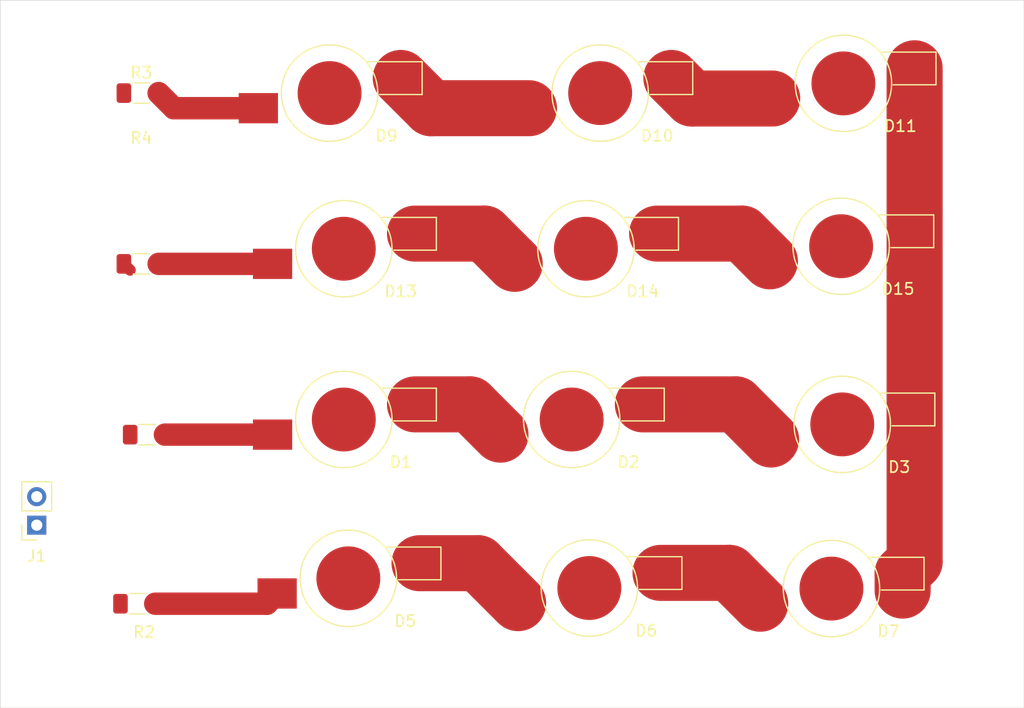
<source format=kicad_pcb>
(kicad_pcb (version 20241229) (generator "pcbnew") (generator_version "9.0")
  (layers (0 "F.Cu" signal) (2 "B.Cu" power) (13 "F.Paste" user) (15 "B.Paste" user) (5 "F.SilkS" user "F.Silkscreen") (7 "B.SilkS" user "B.Silkscreen") (1 "F.Mask" user) (3 "B.Mask" user) (25 "Edge.Cuts" user))
  (net 0 "")
  (net 1 "Net-(D1-A)")
  (net 2 "Net-(D1-K)")
  (net 3 "Net-(D2-K)")
  (net 4 "GND")
  (net 5 "Net-(D5-K)")
  (net 6 "Net-(D5-A)")
  (net 7 "Net-(D6-K)")
  (net 8 "Net-(D10-A)")
  (net 9 "Net-(D9-A)")
  (net 10 "Net-(D10-K)")
  (net 11 "Net-(D13-A)")
  (net 12 "Net-(D13-K)")
  (net 13 "Net-(D14-K)")
  (net 14 "Net-(J1-Pin_2)")
  (footprint "LED_SMD:LED_1W_3W_R8" (layer "F.Cu") (at 69.85 67.23 180)
    (property "Reference" "D1" (at -5.08 -3.81 0) (layer "F.SilkS"))
    (property "Value" "LED")
    (fp_line (start -4.445 -0.127) (end -8.255 -0.127) (stroke (width 0.12)) (layer "F.SilkS"))
    (fp_line (start -8.255 2.794) (end -3.429 2.794) (stroke (width 0.12)) (layer "F.SilkS"))
    (fp_line (start -8.255 -0.127) (end -8.255 2.794) (stroke (width 0.12)) (layer "F.SilkS"))
    (fp_circle (center 0 0) (end -4.3 0) (stroke (width 0.12)) (fill no) (layer "F.SilkS"))
    (pad "1" smd rect (at -6.35 1.35 180) (size 3.5 2.7) (layers "F.Cu" "F.Mask" "F.Paste") (net 2 "Net-(D1-K)"))
    (pad "2" smd rect (at 6.35 -1.35 180) (size 3.5 2.7) (layers "F.Cu" "F.Mask" "F.Paste") (net 1 "Net-(D1-A)"))
    (pad "3" smd circle (at 0 0 180) (size 5.7 5.7) (layers "F.Cu" "F.Mask" "F.Paste"))
  )
  (footprint "Resistor_SMD:R_1206_3216Metric_Pad1.30x1.75mm_HandSolder" (layer "F.Cu") (at 51.79 53.34)
    (property "Reference" "R4" (at 0 -11.23 0) (layer "F.SilkS"))
    (property "Value" "R")
    (fp_line (start -0.727064 -0.91) (end 0.727064 -0.91) (stroke (width 0.12)) (layer "F.SilkS"))
    (fp_line (start -0.727064 0.91) (end 0.727064 0.91) (stroke (width 0.12)) (layer "F.SilkS"))
    (pad "1" smd roundrect (at -1.55 0) (size 1.3 1.75) (layers "F.Cu" "F.Mask" "F.Paste") (roundrect_rratio 0.192308) (net 14 "Net-(J1-Pin_2)"))
    (pad "2" smd roundrect (at 1.55 0) (size 1.3 1.75) (layers "F.Cu" "F.Mask" "F.Paste") (roundrect_rratio 0.192308) (net 11 "Net-(D13-A)"))
  )
  (footprint "LED_SMD:LED_1W_3W_R8" (layer "F.Cu") (at 91.44 51.99 180)
    (property "Reference" "D14" (at -5.08 -3.81 0) (layer "F.SilkS"))
    (property "Value" "LED")
    (fp_line (start -4.445 -0.127) (end -8.255 -0.127) (stroke (width 0.12)) (layer "F.SilkS"))
    (fp_line (start -8.255 2.794) (end -3.429 2.794) (stroke (width 0.12)) (layer "F.SilkS"))
    (fp_line (start -8.255 -0.127) (end -8.255 2.794) (stroke (width 0.12)) (layer "F.SilkS"))
    (fp_circle (center 0 0) (end -4.3 0) (stroke (width 0.12)) (fill no) (layer "F.SilkS"))
    (pad "1" smd rect (at -6.35 1.35 180) (size 3.5 2.7) (layers "F.Cu" "F.Mask" "F.Paste") (net 13 "Net-(D14-K)"))
    (pad "2" smd rect (at 6.35 -1.35 180) (size 3.5 2.7) (layers "F.Cu" "F.Mask" "F.Paste") (net 12 "Net-(D13-K)"))
    (pad "3" smd circle (at 0 0 180) (size 5.7 5.7) (layers "F.Cu" "F.Mask" "F.Paste"))
  )
  (footprint "Resistor_SMD:R_1206_3216Metric_Pad1.30x1.75mm_HandSolder" (layer "F.Cu") (at 52.35 68.58)
    (property "Reference" "R1" (hide yes))
    (property "Value" "R")
    (fp_line (start -0.727064 -0.91) (end 0.727064 -0.91) (stroke (width 0.12)) (layer "F.SilkS"))
    (fp_line (start -0.727064 0.91) (end 0.727064 0.91) (stroke (width 0.12)) (layer "F.SilkS"))
    (pad "1" smd roundrect (at -1.55 0) (size 1.3 1.75) (layers "F.Cu" "F.Mask" "F.Paste") (roundrect_rratio 0.192308) (net 14 "Net-(J1-Pin_2)"))
    (pad "2" smd roundrect (at 1.55 0) (size 1.3 1.75) (layers "F.Cu" "F.Mask" "F.Paste") (roundrect_rratio 0.192308) (net 1 "Net-(D1-A)"))
  )
  (footprint "LED_SMD:LED_1W_3W_R8" (layer "F.Cu") (at 92.71 38.1 180)
    (property "Reference" "D10" (at -5.08 -3.81 0) (layer "F.SilkS"))
    (property "Value" "LED")
    (fp_line (start -4.445 -0.127) (end -8.255 -0.127) (stroke (width 0.12)) (layer "F.SilkS"))
    (fp_line (start -8.255 2.794) (end -3.429 2.794) (stroke (width 0.12)) (layer "F.SilkS"))
    (fp_line (start -8.255 -0.127) (end -8.255 2.794) (stroke (width 0.12)) (layer "F.SilkS"))
    (fp_circle (center 0 0) (end -4.3 0) (stroke (width 0.12)) (fill no) (layer "F.SilkS"))
    (pad "1" smd rect (at -6.35 1.35 180) (size 3.5 2.7) (layers "F.Cu" "F.Mask" "F.Paste") (net 10 "Net-(D10-K)"))
    (pad "2" smd rect (at 6.35 -1.35 180) (size 3.5 2.7) (layers "F.Cu" "F.Mask" "F.Paste") (net 8 "Net-(D10-A)"))
    (pad "3" smd circle (at 0 0 180) (size 5.7 5.7) (layers "F.Cu" "F.Mask" "F.Paste"))
  )
  (footprint "LED_SMD:LED_1W_3W_R8" (layer "F.Cu") (at 70.2564 81.4032 180)
    (property "Reference" "D5" (at -5.08 -3.81 0) (layer "F.SilkS"))
    (property "Value" "LED")
    (fp_line (start -4.445 -0.127) (end -8.255 -0.127) (stroke (width 0.12)) (layer "F.SilkS"))
    (fp_line (start -8.255 2.794) (end -3.429 2.794) (stroke (width 0.12)) (layer "F.SilkS"))
    (fp_line (start -8.255 -0.127) (end -8.255 2.794) (stroke (width 0.12)) (layer "F.SilkS"))
    (fp_circle (center 0 0) (end -4.3 0) (stroke (width 0.12)) (fill no) (layer "F.SilkS"))
    (pad "1" smd rect (at -6.35 1.35 180) (size 3.5 2.7) (layers "F.Cu" "F.Mask" "F.Paste") (net 5 "Net-(D5-K)"))
    (pad "2" smd rect (at 6.35 -1.35 180) (size 3.5 2.7) (layers "F.Cu" "F.Mask" "F.Paste") (net 6 "Net-(D5-A)"))
    (pad "3" smd circle (at 0 0 180) (size 5.7 5.7) (layers "F.Cu" "F.Mask" "F.Paste"))
  )
  (footprint "LED_SMD:LED_1W_3W_R8" (layer "F.Cu") (at 113.3348 82.3176 180)
    (property "Reference" "D7" (at -5.08 -3.81 0) (layer "F.SilkS"))
    (property "Value" "LED")
    (fp_line (start -4.445 -0.127) (end -8.255 -0.127) (stroke (width 0.12)) (layer "F.SilkS"))
    (fp_line (start -8.255 2.794) (end -3.429 2.794) (stroke (width 0.12)) (layer "F.SilkS"))
    (fp_line (start -8.255 -0.127) (end -8.255 2.794) (stroke (width 0.12)) (layer "F.SilkS"))
    (fp_circle (center 0 0) (end -4.3 0) (stroke (width 0.12)) (fill no) (layer "F.SilkS"))
    (pad "1" smd rect (at -6.35 1.35 180) (size 3.5 2.7) (layers "F.Cu" "F.Mask" "F.Paste") (net 4 "GND"))
    (pad "2" smd rect (at 6.35 -1.35 180) (size 3.5 2.7) (layers "F.Cu" "F.Mask" "F.Paste") (net 7 "Net-(D6-K)"))
    (pad "3" smd circle (at 0 0 180) (size 5.7 5.7) (layers "F.Cu" "F.Mask" "F.Paste"))
  )
  (footprint "LED_SMD:LED_1W_3W_R8" (layer "F.Cu") (at 90.17 67.23 180)
    (property "Reference" "D2" (at -5.08 -3.81 0) (layer "F.SilkS"))
    (property "Value" "LED")
    (fp_line (start -4.445 -0.127) (end -8.255 -0.127) (stroke (width 0.12)) (layer "F.SilkS"))
    (fp_line (start -8.255 2.794) (end -3.429 2.794) (stroke (width 0.12)) (layer "F.SilkS"))
    (fp_line (start -8.255 -0.127) (end -8.255 2.794) (stroke (width 0.12)) (layer "F.SilkS"))
    (fp_circle (center 0 0) (end -4.3 0) (stroke (width 0.12)) (fill no) (layer "F.SilkS"))
    (pad "1" smd rect (at -6.35 1.35 180) (size 3.5 2.7) (layers "F.Cu" "F.Mask" "F.Paste") (net 3 "Net-(D2-K)"))
    (pad "2" smd rect (at 6.35 -1.35 180) (size 3.5 2.7) (layers "F.Cu" "F.Mask" "F.Paste") (net 2 "Net-(D1-K)"))
    (pad "3" smd circle (at 0 0 180) (size 5.7 5.7) (layers "F.Cu" "F.Mask" "F.Paste"))
  )
  (footprint "Resistor_SMD:R_1206_3216Metric_Pad1.30x1.75mm_HandSolder" (layer "F.Cu") (at 51.4852 83.6676)
    (property "Reference" "R2" (at 0.56 2.54 0) (layer "F.SilkS"))
    (property "Value" "R")
    (fp_line (start -0.727064 -0.91) (end 0.727064 -0.91) (stroke (width 0.12)) (layer "F.SilkS"))
    (fp_line (start -0.727064 0.91) (end 0.727064 0.91) (stroke (width 0.12)) (layer "F.SilkS"))
    (pad "1" smd roundrect (at -1.55 0) (size 1.3 1.75) (layers "F.Cu" "F.Mask" "F.Paste") (roundrect_rratio 0.192308) (net 14 "Net-(J1-Pin_2)"))
    (pad "2" smd roundrect (at 1.55 0) (size 1.3 1.75) (layers "F.Cu" "F.Mask" "F.Paste") (roundrect_rratio 0.192308) (net 6 "Net-(D5-A)"))
  )
  (footprint "LED_SMD:LED_1W_3W_R8" (layer "F.Cu") (at 114.4016 37.2364 180)
    (property "Reference" "D11" (at -5.08 -3.81 0) (layer "F.SilkS"))
    (property "Value" "LED")
    (fp_line (start -4.445 -0.127) (end -8.255 -0.127) (stroke (width 0.12)) (layer "F.SilkS"))
    (fp_line (start -8.255 2.794) (end -3.429 2.794) (stroke (width 0.12)) (layer "F.SilkS"))
    (fp_line (start -8.255 -0.127) (end -8.255 2.794) (stroke (width 0.12)) (layer "F.SilkS"))
    (fp_circle (center 0 0) (end -4.3 0) (stroke (width 0.12)) (fill no) (layer "F.SilkS"))
    (pad "1" smd rect (at -6.35 1.35 180) (size 3.5 2.7) (layers "F.Cu" "F.Mask" "F.Paste") (net 4 "GND"))
    (pad "2" smd rect (at 6.35 -1.35 180) (size 3.5 2.7) (layers "F.Cu" "F.Mask" "F.Paste") (net 10 "Net-(D10-K)"))
    (pad "3" smd circle (at 0 0 180) (size 5.7 5.7) (layers "F.Cu" "F.Mask" "F.Paste"))
  )
  (footprint "LED_SMD:LED_1W_3W_R8" (layer "F.Cu") (at 114.3 67.6656 180)
    (property "Reference" "D3" (at -5.08 -3.81 0) (layer "F.SilkS"))
    (property "Value" "LED")
    (fp_line (start -4.445 -0.127) (end -8.255 -0.127) (stroke (width 0.12)) (layer "F.SilkS"))
    (fp_line (start -8.255 2.794) (end -3.429 2.794) (stroke (width 0.12)) (layer "F.SilkS"))
    (fp_line (start -8.255 -0.127) (end -8.255 2.794) (stroke (width 0.12)) (layer "F.SilkS"))
    (fp_circle (center 0 0) (end -4.3 0) (stroke (width 0.12)) (fill no) (layer "F.SilkS"))
    (pad "1" smd rect (at -6.35 1.35 180) (size 3.5 2.7) (layers "F.Cu" "F.Mask" "F.Paste") (net 4 "GND"))
    (pad "2" smd rect (at 6.35 -1.35 180) (size 3.5 2.7) (layers "F.Cu" "F.Mask" "F.Paste") (net 3 "Net-(D2-K)"))
    (pad "3" smd circle (at 0 0 180) (size 5.7 5.7) (layers "F.Cu" "F.Mask" "F.Paste"))
  )
  (footprint "Connector_PinSocket_2.54mm:PinSocket_1x02_P2.54mm_Vertical" (layer "F.Cu") (at 42.4688 76.6572 180)
    (property "Reference" "J1" (at 0 -2.77 0) (layer "F.SilkS"))
    (property "Value" "Conn_01x02_Socket" (hide yes))
    (fp_line (start 1.33 1.27) (end 1.33 3.87) (stroke (width 0.12)) (layer "F.SilkS"))
    (fp_line (start 1.33 -1.33) (end 1.33 0) (stroke (width 0.12)) (layer "F.SilkS"))
    (fp_line (start 0 -1.33) (end 1.33 -1.33) (stroke (width 0.12)) (layer "F.SilkS"))
    (fp_line (start -1.33 3.87) (end 1.33 3.87) (stroke (width 0.12)) (layer "F.SilkS"))
    (fp_line (start -1.33 1.27) (end 1.33 1.27) (stroke (width 0.12)) (layer "F.SilkS"))
    (fp_line (start -1.33 1.27) (end -1.33 3.87) (stroke (width 0.12)) (layer "F.SilkS"))
    (pad "1" thru_hole rect (at 0 0 180) (size 1.7 1.7) (drill 1) (layers "*.Cu" "*.Mask") (net 4 "GND"))
    (pad "2" thru_hole oval (at 0 2.54 180) (size 1.7 1.7) (drill 1) (layers "*.Cu" "*.Mask") (net 14 "Net-(J1-Pin_2)"))
  )
  (footprint "Resistor_SMD:R_1206_3216Metric_Pad1.30x1.75mm_HandSolder" (layer "F.Cu") (at 51.79 38.1)
    (property "Reference" "R3" (at 0 -1.82 0) (layer "F.SilkS"))
    (property "Value" "R")
    (fp_line (start -0.727064 -0.91) (end 0.727064 -0.91) (stroke (width 0.12)) (layer "F.SilkS"))
    (fp_line (start -0.727064 0.91) (end 0.727064 0.91) (stroke (width 0.12)) (layer "F.SilkS"))
    (pad "1" smd roundrect (at -1.55 0) (size 1.3 1.75) (layers "F.Cu" "F.Mask" "F.Paste") (roundrect_rratio 0.192308) (net 14 "Net-(J1-Pin_2)"))
    (pad "2" smd roundrect (at 1.55 0) (size 1.3 1.75) (layers "F.Cu" "F.Mask" "F.Paste") (roundrect_rratio 0.192308) (net 9 "Net-(D9-A)"))
  )
  (footprint "LED_SMD:LED_1W_3W_R8" (layer "F.Cu") (at 69.85 51.99 180)
    (property "Reference" "D13" (at -5.08 -3.81 0) (layer "F.SilkS"))
    (property "Value" "LED")
    (fp_line (start -4.445 -0.127) (end -8.255 -0.127) (stroke (width 0.12)) (layer "F.SilkS"))
    (fp_line (start -8.255 2.794) (end -3.429 2.794) (stroke (width 0.12)) (layer "F.SilkS"))
    (fp_line (start -8.255 -0.127) (end -8.255 2.794) (stroke (width 0.12)) (layer "F.SilkS"))
    (fp_circle (center 0 0) (end -4.3 0) (stroke (width 0.12)) (fill no) (layer "F.SilkS"))
    (pad "1" smd rect (at -6.35 1.35 180) (size 3.5 2.7) (layers "F.Cu" "F.Mask" "F.Paste") (net 12 "Net-(D13-K)"))
    (pad "2" smd rect (at 6.35 -1.35 180) (size 3.5 2.7) (layers "F.Cu" "F.Mask" "F.Paste") (net 11 "Net-(D13-A)"))
    (pad "3" smd circle (at 0 0 180) (size 5.7 5.7) (layers "F.Cu" "F.Mask" "F.Paste"))
  )
  (footprint "LED_SMD:LED_1W_3W_R8" (layer "F.Cu") (at 91.7448 82.2668 180)
    (property "Reference" "D6" (at -5.08 -3.81 0) (layer "F.SilkS"))
    (property "Value" "LED")
    (fp_line (start -4.445 -0.127) (end -8.255 -0.127) (stroke (width 0.12)) (layer "F.SilkS"))
    (fp_line (start -8.255 2.794) (end -3.429 2.794) (stroke (width 0.12)) (layer "F.SilkS"))
    (fp_line (start -8.255 -0.127) (end -8.255 2.794) (stroke (width 0.12)) (layer "F.SilkS"))
    (fp_circle (center 0 0) (end -4.3 0) (stroke (width 0.12)) (fill no) (layer "F.SilkS"))
    (pad "1" smd rect (at -6.35 1.35 180) (size 3.5 2.7) (layers "F.Cu" "F.Mask" "F.Paste") (net 7 "Net-(D6-K)"))
    (pad "2" smd rect (at 6.35 -1.35 180) (size 3.5 2.7) (layers "F.Cu" "F.Mask" "F.Paste") (net 5 "Net-(D5-K)"))
    (pad "3" smd circle (at 0 0 180) (size 5.7 5.7) (layers "F.Cu" "F.Mask" "F.Paste"))
  )
  (footprint "LED_SMD:LED_1W_3W_R8" (layer "F.Cu") (at 114.1984 51.7652 180)
    (property "Reference" "D15" (at -5.08 -3.81 0) (layer "F.SilkS"))
    (property "Value" "LED")
    (fp_line (start -4.445 -0.127) (end -8.255 -0.127) (stroke (width 0.12)) (layer "F.SilkS"))
    (fp_line (start -8.255 2.794) (end -3.429 2.794) (stroke (width 0.12)) (layer "F.SilkS"))
    (fp_line (start -8.255 -0.127) (end -8.255 2.794) (stroke (width 0.12)) (layer "F.SilkS"))
    (fp_circle (center 0 0) (end -4.3 0) (stroke (width 0.12)) (fill no) (layer "F.SilkS"))
    (pad "1" smd rect (at -6.35 1.35 180) (size 3.5 2.7) (layers "F.Cu" "F.Mask" "F.Paste") (net 4 "GND"))
    (pad "2" smd rect (at 6.35 -1.35 180) (size 3.5 2.7) (layers "F.Cu" "F.Mask" "F.Paste") (net 13 "Net-(D14-K)"))
    (pad "3" smd circle (at 0 0 180) (size 5.7 5.7) (layers "F.Cu" "F.Mask" "F.Paste"))
  )
  (footprint "LED_SMD:LED_1W_3W_R8" (layer "F.Cu") (at 68.58 38.1 180)
    (property "Reference" "D9" (at -5.08 -3.81 0) (layer "F.SilkS"))
    (property "Value" "LED")
    (fp_line (start -4.445 -0.127) (end -8.255 -0.127) (stroke (width 0.12)) (layer "F.SilkS"))
    (fp_line (start -8.255 2.794) (end -3.429 2.794) (stroke (width 0.12)) (layer "F.SilkS"))
    (fp_line (start -8.255 -0.127) (end -8.255 2.794) (stroke (width 0.12)) (layer "F.SilkS"))
    (fp_circle (center 0 0) (end -4.3 0) (stroke (width 0.12)) (fill no) (layer "F.SilkS"))
    (pad "1" smd rect (at -6.35 1.35 180) (size 3.5 2.7) (layers "F.Cu" "F.Mask" "F.Paste") (net 8 "Net-(D10-A)"))
    (pad "2" smd rect (at 6.35 -1.35 180) (size 3.5 2.7) (layers "F.Cu" "F.Mask" "F.Paste") (net 9 "Net-(D9-A)"))
    (pad "3" smd circle (at 0 0 180) (size 5.7 5.7) (layers "F.Cu" "F.Mask" "F.Paste"))
  )
  (gr_rect (start 39.2176 29.8196) (end 130.5052 92.964) (stroke (width 0.05)) (fill no) (layer "Edge.Cuts"))
  (segment (start 53.9 68.58) (end 63.5 68.58) (width 2) (layer "F.Cu") (net 1))
  (segment (start 81.12 65.88) (end 83.82 68.58) (width 5) (layer "F.Cu") (net 2))
  (segment (start 76.2 65.88) (end 81.12 65.88) (width 5) (layer "F.Cu") (net 2))
  (segment (start 96.52 65.88) (end 104.8144 65.88) (width 5) (layer "F.Cu") (net 3))
  (segment (start 104.8144 65.88) (end 107.95 69.0156) (width 5) (layer "F.Cu") (net 3))
  (segment (start 119.6848 82.4992) (end 120.396 82.4992) (width 0.5) (layer "F.Cu") (net 4))
  (segment (start 119.6848 80.9676) (end 119.6848 82.4992) (width 5) (layer "F.Cu") (net 4))
  (segment (start 120.7516 79.9008) (end 119.6848 80.9676) (width 5) (layer "F.Cu") (net 4))
  (segment (start 119.6848 82.4992) (end 120.4468 82.4992) (width 0.5) (layer "F.Cu") (net 4))
  (segment (start 120.7516 35.8864) (end 120.7516 79.9008) (width 5) (layer "F.Cu") (net 4))
  (segment (start 76.6064 80.0532) (end 81.8312 80.0532) (width 5) (layer "F.Cu") (net 5))
  (segment (start 81.8312 80.0532) (end 85.3948 83.6168) (width 5) (layer "F.Cu") (net 5))
  (segment (start 53.0352 83.6676) (end 62.992 83.6676) (width 2) (layer "F.Cu") (net 6))
  (segment (start 62.992 83.6676) (end 63.9064 82.7532) (width 2) (layer "F.Cu") (net 6))
  (segment (start 104.234 80.9168) (end 106.9848 83.6676) (width 5) (layer "F.Cu") (net 7))
  (segment (start 98.0948 80.9168) (end 104.234 80.9168) (width 5) (layer "F.Cu") (net 7))
  (segment (start 86.36 39.45) (end 77.63 39.45) (width 5) (layer "F.Cu") (net 8))
  (segment (start 77.63 39.45) (end 74.93 36.75) (width 5) (layer "F.Cu") (net 8))
  (segment (start 54.69 39.45) (end 53.34 38.1) (width 2) (layer "F.Cu") (net 9))
  (segment (start 62.23 39.45) (end 54.69 39.45) (width 2) (layer "F.Cu") (net 9))
  (segment (start 100.8964 38.5864) (end 99.06 36.75) (width 5) (layer "F.Cu") (net 10))
  (segment (start 108.0516 38.5864) (end 100.8964 38.5864) (width 5) (layer "F.Cu") (net 10))
  (segment (start 53.34 53.34) (end 63.5 53.34) (width 2) (layer "F.Cu") (net 11))
  (segment (start 82.39 50.64) (end 85.09 53.34) (width 5) (layer "F.Cu") (net 12))
  (segment (start 76.2 50.64) (end 82.39 50.64) (width 5) (layer "F.Cu") (net 12))
  (segment (start 97.79 50.64) (end 105.3732 50.64) (width 5) (layer "F.Cu") (net 13))
  (segment (start 105.3732 50.64) (end 107.8484 53.1152) (width 5) (layer "F.Cu") (net 13))
  (segment (start 50.8 53.9) (end 50.24 53.34) (width 1) (layer "F.Cu") (net 14))
)
</source>
